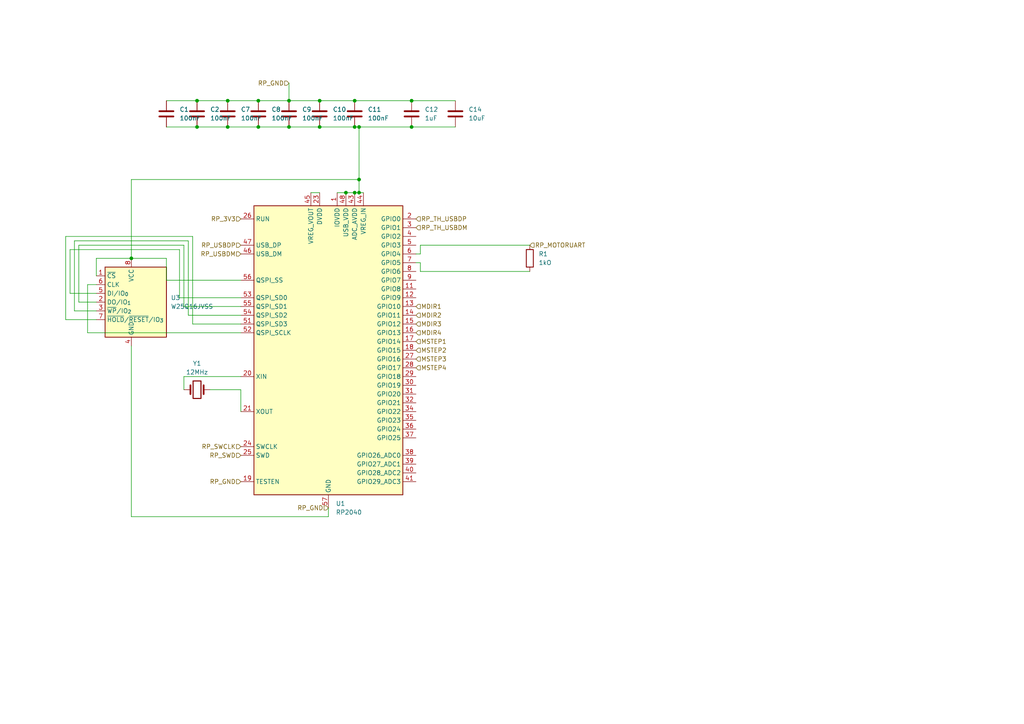
<source format=kicad_sch>
(kicad_sch (version 20250114) (generator "eeschema") (generator_version "9.0")
  (paper "A4")
  (lib_symbols
    (symbol "Device:C" (pin_numbers (hide yes)) (pin_names (offset 0.254))
      (property "Reference" "C" (at 0.635 2.54 0))
      (property "Value" "C" (at 0.635 -2.54 0))
      (symbol "C_0_1"
        (polyline (pts (xy -2.032 0.762) (xy 2.032 0.762)) (stroke (width 0.508)))
        (polyline (pts (xy -2.032 -0.762) (xy 2.032 -0.762)) (stroke (width 0.508)))
      )
      (symbol "C_1_1"
        (pin passive line (at 0 3.81 270) (length 2.794) (name "~") (number "1"))
        (pin passive line (at 0 -3.81 90) (length 2.794) (name "~") (number "2"))
      )
    )
    (symbol "Device:Crystal" (pin_numbers (hide yes)) (pin_names (offset 1.016) (hide yes))
      (property "Reference" "Y" (at 0 3.81 0))
      (property "Value" "Crystal" (at 0 -3.81 0))
      (symbol "Crystal_0_1"
        (polyline (pts (xy -2.54 0) (xy -1.905 0)))
        (polyline (pts (xy -1.905 -1.27) (xy -1.905 1.27)) (stroke (width 0.508)))
        (rectangle (start -1.143 2.54) (end 1.143 -2.54) (stroke (width 0.3048)))
        (polyline (pts (xy 1.905 -1.27) (xy 1.905 1.27)) (stroke (width 0.508)))
        (polyline (pts (xy 2.54 0) (xy 1.905 0)))
      )
      (symbol "Crystal_1_1"
        (pin passive line (at -3.81 0 0) (length 1.27) (name "1") (number "1"))
        (pin passive line (at 3.81 0 180) (length 1.27) (name "2") (number "2"))
      )
    )
    (symbol "Device:R" (pin_numbers (hide yes)) (pin_names (offset 0))
      (property "Reference" "R" (at 2.032 0 90))
      (property "Value" "R" (at 0 0 90))
      (symbol "R_0_1"
        (rectangle (start -1.016 -2.54) (end 1.016 2.54) (stroke (width 0.254)))
      )
      (symbol "R_1_1"
        (pin passive line (at 0 3.81 270) (length 1.27) (name "~") (number "1"))
        (pin passive line (at 0 -3.81 90) (length 1.27) (name "~") (number "2"))
      )
    )
    (symbol "MCU_RaspberryPi:RP2040"
      (property "Reference" "U" (at 17.78 45.72 0))
      (property "Value" "RP2040" (at 17.78 43.18 0))
      (symbol "RP2040_0_1"
        (rectangle (start -21.59 41.91) (end 21.59 -41.91) (stroke (width 0.254)) (fill (type background)))
      )
      (symbol "RP2040_1_1"
        (pin input line (at -25.4 38.1 0) (length 3.81) (name "RUN") (number "26"))
        (pin bidirectional line (at -25.4 30.48 0) (length 3.81) (name "USB_DP") (number "47"))
        (pin bidirectional line (at -25.4 27.94 0) (length 3.81) (name "USB_DM") (number "46"))
        (pin bidirectional line (at -25.4 20.32 0) (length 3.81) (name "QSPI_SS") (number "56"))
        (pin bidirectional line (at -25.4 15.24 0) (length 3.81) (name "QSPI_SD0") (number "53"))
        (pin bidirectional line (at -25.4 12.7 0) (length 3.81) (name "QSPI_SD1") (number "55"))
        (pin bidirectional line (at -25.4 10.16 0) (length 3.81) (name "QSPI_SD2") (number "54"))
        (pin bidirectional line (at -25.4 7.62 0) (length 3.81) (name "QSPI_SD3") (number "51"))
        (pin output line (at -25.4 5.08 0) (length 3.81) (name "QSPI_SCLK") (number "52"))
        (pin input line (at -25.4 -7.62 0) (length 3.81) (name "XIN") (number "20"))
        (pin passive line (at -25.4 -17.78 0) (length 3.81) (name "XOUT") (number "21"))
        (pin input line (at -25.4 -27.94 0) (length 3.81) (name "SWCLK") (number "24"))
        (pin bidirectional line (at -25.4 -30.48 0) (length 3.81) (name "SWD") (number "25"))
        (pin input line (at -25.4 -38.1 0) (length 3.81) (name "TESTEN") (number "19"))
        (pin power_out line (at -5.08 45.72 270) (length 3.81) (name "VREG_VOUT") (number "45"))
        (pin power_in line (at -2.54 45.72 270) (length 3.81) (name "DVDD") (number "23"))
        (pin passive line (at -2.54 45.72 270) (length 3.81) (hide yes) (name "DVDD") (number "50"))
        (pin power_in line (at 0 -45.72 90) (length 3.81) (name "GND") (number "57"))
        (pin power_in line (at 2.54 45.72 270) (length 3.81) (name "IOVDD") (number "1"))
        (pin passive line (at 2.54 45.72 270) (length 3.81) (hide yes) (name "IOVDD") (number "10"))
        (pin passive line (at 2.54 45.72 270) (length 3.81) (hide yes) (name "IOVDD") (number "22"))
        (pin passive line (at 2.54 45.72 270) (length 3.81) (hide yes) (name "IOVDD") (number "33"))
        (pin passive line (at 2.54 45.72 270) (length 3.81) (hide yes) (name "IOVDD") (number "42"))
        (pin passive line (at 2.54 45.72 270) (length 3.81) (hide yes) (name "IOVDD") (number "49"))
        (pin power_in line (at 5.08 45.72 270) (length 3.81) (name "USB_VDD") (number "48"))
        (pin power_in line (at 7.62 45.72 270) (length 3.81) (name "ADC_AVDD") (number "43"))
        (pin power_in line (at 10.16 45.72 270) (length 3.81) (name "VREG_IN") (number "44"))
        (pin bidirectional line (at 25.4 38.1 180) (length 3.81) (name "GPIO0") (number "2"))
        (pin bidirectional line (at 25.4 35.56 180) (length 3.81) (name "GPIO1") (number "3"))
        (pin bidirectional line (at 25.4 33.02 180) (length 3.81) (name "GPIO2") (number "4"))
        (pin bidirectional line (at 25.4 30.48 180) (length 3.81) (name "GPIO3") (number "5"))
        (pin bidirectional line (at 25.4 27.94 180) (length 3.81) (name "GPIO4") (number "6"))
        (pin bidirectional line (at 25.4 25.4 180) (length 3.81) (name "GPIO5") (number "7"))
        (pin bidirectional line (at 25.4 22.86 180) (length 3.81) (name "GPIO6") (number "8"))
        (pin bidirectional line (at 25.4 20.32 180) (length 3.81) (name "GPIO7") (number "9"))
        (pin bidirectional line (at 25.4 17.78 180) (length 3.81) (name "GPIO8") (number "11"))
        (pin bidirectional line (at 25.4 15.24 180) (length 3.81) (name "GPIO9") (number "12"))
        (pin bidirectional line (at 25.4 12.7 180) (length 3.81) (name "GPIO10") (number "13"))
        (pin bidirectional line (at 25.4 10.16 180) (length 3.81) (name "GPIO11") (number "14"))
        (pin bidirectional line (at 25.4 7.62 180) (length 3.81) (name "GPIO12") (number "15"))
        (pin bidirectional line (at 25.4 5.08 180) (length 3.81) (name "GPIO13") (number "16"))
        (pin bidirectional line (at 25.4 2.54 180) (length 3.81) (name "GPIO14") (number "17"))
        (pin bidirectional line (at 25.4 0 180) (length 3.81) (name "GPIO15") (number "18"))
        (pin bidirectional line (at 25.4 -2.54 180) (length 3.81) (name "GPIO16") (number "27"))
        (pin bidirectional line (at 25.4 -5.08 180) (length 3.81) (name "GPIO17") (number "28"))
        (pin bidirectional line (at 25.4 -7.62 180) (length 3.81) (name "GPIO18") (number "29"))
        (pin bidirectional line (at 25.4 -10.16 180) (length 3.81) (name "GPIO19") (number "30"))
        (pin bidirectional line (at 25.4 -12.7 180) (length 3.81) (name "GPIO20") (number "31"))
        (pin bidirectional line (at 25.4 -15.24 180) (length 3.81) (name "GPIO21") (number "32"))
        (pin bidirectional line (at 25.4 -17.78 180) (length 3.81) (name "GPIO22") (number "34"))
        (pin bidirectional line (at 25.4 -20.32 180) (length 3.81) (name "GPIO23") (number "35"))
        (pin bidirectional line (at 25.4 -22.86 180) (length 3.81) (name "GPIO24") (number "36"))
        (pin bidirectional line (at 25.4 -25.4 180) (length 3.81) (name "GPIO25") (number "37"))
        (pin bidirectional line (at 25.4 -30.48 180) (length 3.81) (name "GPIO26_ADC0") (number "38"))
        (pin bidirectional line (at 25.4 -33.02 180) (length 3.81) (name "GPIO27_ADC1") (number "39"))
        (pin bidirectional line (at 25.4 -35.56 180) (length 3.81) (name "GPIO28_ADC2") (number "40"))
        (pin bidirectional line (at 25.4 -38.1 180) (length 3.81) (name "GPIO29_ADC3") (number "41"))
      )
    )
    (symbol "Memory_Flash:W25Q16JVSS"
      (property "Reference" "U" (at -6.35 11.43 0))
      (property "Value" "W25Q16JVSS" (at 7.62 11.43 0))
      (symbol "W25Q16JVSS_0_1"
        (rectangle (start -7.62 10.16) (end 10.16 -10.16) (stroke (width 0.254)) (fill (type background)))
      )
      (symbol "W25Q16JVSS_1_1"
        (pin input line (at -10.16 7.62 0) (length 2.54) (name "~{CS}") (number "1"))
        (pin input line (at -10.16 5.08 0) (length 2.54) (name "CLK") (number "6"))
        (pin bidirectional line (at -10.16 2.54 0) (length 2.54) (name "DI/IO_{0}") (number "5"))
        (pin bidirectional line (at -10.16 0 0) (length 2.54) (name "DO/IO_{1}") (number "2"))
        (pin bidirectional line (at -10.16 -2.54 0) (length 2.54) (name "~{WP}/IO_{2}") (number "3"))
        (pin bidirectional line (at -10.16 -5.08 0) (length 2.54) (name "~{HOLD}/~{RESET}/IO_{3}") (number "7"))
        (pin power_in line (at 0 12.7 270) (length 2.54) (name "VCC") (number "8"))
        (pin power_in line (at 0 -12.7 90) (length 2.54) (name "GND") (number "4"))
      )
    )
  )
  (junction (at 66.04 36.83))
  (junction (at 83.82 29.21))
  (junction (at 38.1 74.93))
  (junction (at 102.87 36.83))
  (junction (at 119.38 36.83))
  (junction (at 57.15 29.21))
  (junction (at 104.14 36.83))
  (junction (at 119.38 29.21))
  (junction (at 104.14 52.07))
  (junction (at 102.87 55.88))
  (junction (at 92.71 29.21))
  (junction (at 100.33 55.88))
  (junction (at 74.93 36.83))
  (junction (at 92.71 36.83))
  (junction (at 66.04 29.21))
  (junction (at 57.15 36.83))
  (junction (at 102.87 29.21))
  (junction (at 104.14 55.88))
  (junction (at 83.82 36.83))
  (junction (at 74.93 29.21))
  (wire (pts (xy 153.67 78.74) (xy 121.92 78.74)))
  (wire (pts (xy 69.85 81.28) (xy 48.26 81.28)))
  (wire (pts (xy 90.17 55.88) (xy 92.71 55.88)))
  (wire (pts (xy 19.05 68.58) (xy 19.05 92.71)))
  (wire (pts (xy 83.82 36.83) (xy 92.71 36.83)))
  (wire (pts (xy 104.14 55.88) (xy 105.41 55.88)))
  (wire (pts (xy 19.05 92.71) (xy 27.94 92.71)))
  (wire (pts (xy 69.85 93.98) (xy 55.88 93.98)))
  (wire (pts (xy 53.34 71.12) (xy 22.86 71.12)))
  (wire (pts (xy 66.04 36.83) (xy 74.93 36.83)))
  (wire (pts (xy 69.85 86.36) (xy 52.07 86.36)))
  (wire (pts (xy 20.32 85.09) (xy 27.94 85.09)))
  (wire (pts (xy 22.86 87.63) (xy 27.94 87.63)))
  (wire (pts (xy 53.34 109.22) (xy 53.34 113.03)))
  (wire (pts (xy 25.4 82.55) (xy 27.94 82.55)))
  (wire (pts (xy 92.71 29.21) (xy 102.87 29.21)))
  (wire (pts (xy 55.88 93.98) (xy 55.88 68.58)))
  (wire (pts (xy 52.07 72.39) (xy 20.32 72.39)))
  (wire (pts (xy 54.61 91.44) (xy 54.61 69.85)))
  (wire (pts (xy 83.82 29.21) (xy 92.71 29.21)))
  (wire (pts (xy 69.85 109.22) (xy 53.34 109.22)))
  (wire (pts (xy 102.87 29.21) (xy 119.38 29.21)))
  (wire (pts (xy 97.79 55.88) (xy 100.33 55.88)))
  (wire (pts (xy 27.94 74.93) (xy 27.94 80.01)))
  (wire (pts (xy 38.1 74.93) (xy 27.94 74.93)))
  (wire (pts (xy 100.33 55.88) (xy 102.87 55.88)))
  (wire (pts (xy 69.85 91.44) (xy 54.61 91.44)))
  (wire (pts (xy 104.14 36.83) (xy 119.38 36.83)))
  (wire (pts (xy 22.86 71.12) (xy 22.86 87.63)))
  (wire (pts (xy 60.96 113.03) (xy 69.85 113.03)))
  (wire (pts (xy 52.07 86.36) (xy 52.07 72.39)))
  (wire (pts (xy 48.26 81.28) (xy 48.26 74.93)))
  (wire (pts (xy 57.15 36.83) (xy 66.04 36.83)))
  (wire (pts (xy 21.59 69.85) (xy 21.59 90.17)))
  (wire (pts (xy 121.92 78.74) (xy 121.92 76.2)))
  (wire (pts (xy 95.25 149.86) (xy 38.1 149.86)))
  (wire (pts (xy 38.1 52.07) (xy 104.14 52.07)))
  (wire (pts (xy 102.87 55.88) (xy 104.14 55.88)))
  (wire (pts (xy 48.26 29.21) (xy 57.15 29.21)))
  (wire (pts (xy 54.61 69.85) (xy 21.59 69.85)))
  (wire (pts (xy 53.34 88.9) (xy 53.34 71.12)))
  (wire (pts (xy 121.92 71.12) (xy 121.92 73.66)))
  (wire (pts (xy 66.04 29.21) (xy 74.93 29.21)))
  (wire (pts (xy 119.38 29.21) (xy 132.08 29.21)))
  (wire (pts (xy 48.26 36.83) (xy 57.15 36.83)))
  (wire (pts (xy 104.14 52.07) (xy 104.14 55.88)))
  (wire (pts (xy 92.71 36.83) (xy 102.87 36.83)))
  (wire (pts (xy 57.15 29.21) (xy 66.04 29.21)))
  (wire (pts (xy 38.1 74.93) (xy 38.1 52.07)))
  (wire (pts (xy 48.26 74.93) (xy 38.1 74.93)))
  (wire (pts (xy 102.87 36.83) (xy 104.14 36.83)))
  (wire (pts (xy 95.25 147.32) (xy 95.25 149.86)))
  (wire (pts (xy 25.4 96.52) (xy 25.4 82.55)))
  (wire (pts (xy 74.93 36.83) (xy 83.82 36.83)))
  (wire (pts (xy 69.85 113.03) (xy 69.85 119.38)))
  (wire (pts (xy 121.92 76.2) (xy 120.65 76.2)))
  (wire (pts (xy 119.38 36.83) (xy 132.08 36.83)))
  (wire (pts (xy 153.67 71.12) (xy 121.92 71.12)))
  (wire (pts (xy 55.88 68.58) (xy 19.05 68.58)))
  (wire (pts (xy 69.85 96.52) (xy 25.4 96.52)))
  (wire (pts (xy 20.32 72.39) (xy 20.32 85.09)))
  (wire (pts (xy 74.93 29.21) (xy 83.82 29.21)))
  (wire (pts (xy 21.59 90.17) (xy 27.94 90.17)))
  (wire (pts (xy 69.85 88.9) (xy 53.34 88.9)))
  (wire (pts (xy 83.82 24.13) (xy 83.82 29.21)))
  (wire (pts (xy 38.1 149.86) (xy 38.1 100.33)))
  (wire (pts (xy 104.14 36.83) (xy 104.14 52.07)))
  (wire (pts (xy 121.92 73.66) (xy 120.65 73.66)))
  (hierarchical_label "RP_USBDP" (shape input) (at 69.85 71.12 180))
  (hierarchical_label "RP_TH_USBDP" (shape input) (at 120.65 63.5 0))
  (hierarchical_label "RP_GND" (shape input) (at 83.82 24.13 180))
  (hierarchical_label "RP_GND" (shape input) (at 95.25 147.32 180))
  (hierarchical_label "MSTEP3" (shape input) (at 120.65 104.14 0))
  (hierarchical_label "MDIR3" (shape input) (at 120.65 93.98 0))
  (hierarchical_label "RP_3V3" (shape input) (at 69.85 63.5 180))
  (hierarchical_label "MSTEP1" (shape input) (at 120.65 99.06 0))
  (hierarchical_label "RP_SWCLK" (shape input) (at 69.85 129.54 180))
  (hierarchical_label "RP_MOTORUART" (shape input) (at 153.67 71.12 0))
  (hierarchical_label "RP_SWD" (shape input) (at 69.85 132.08 180))
  (hierarchical_label "MDIR4" (shape input) (at 120.65 96.52 0))
  (hierarchical_label "MSTEP2" (shape input) (at 120.65 101.6 0))
  (hierarchical_label "RP_GND" (shape input) (at 69.85 139.7 180))
  (hierarchical_label "MDIR1" (shape input) (at 120.65 88.9 0))
  (hierarchical_label "MDIR2" (shape input) (at 120.65 91.44 0))
  (hierarchical_label "RP_TH_USBDM" (shape input) (at 120.65 66.04 0))
  (hierarchical_label "MSTEP4" (shape input) (at 120.65 106.68 0))
  (hierarchical_label "RP_USBDM" (shape input) (at 69.85 73.66 180))
  (symbol (lib_id "Device:C") (at 57.15 33.02 0) (unit 1)
    (property "Reference" "C2" (at 60.96 31.7499 0) (effects (justify left)))
    (property "Value" "100nF" (at 60.96 34.2899 0) (effects (justify left)))
    (property "Description" "Unpolarized capacitor" (effects (hide yes)))
  )
  (symbol (lib_id "Device:C") (at 119.38 33.02 0) (unit 1)
    (property "Reference" "C12" (at 123.19 31.7499 0) (effects (justify left)))
    (property "Value" "1uF" (at 123.19 34.2899 0) (effects (justify left)))
    (property "Description" "Unpolarized capacitor" (effects (hide yes)))
  )
  (symbol (lib_id "MCU_RaspberryPi:RP2040") (at 95.25 101.6 0) (unit 1)
    (property "Reference" "U1" (at 97.3933 146.05 0) (effects (justify left)))
    (property "Value" "RP2040" (at 97.3933 148.59 0) (effects (justify left)))
    (property "Footprint" "Package_DFN_QFN:QFN-56-1EP_7x7mm_P0.4mm_EP3.2x3.2mm" (effects (hide yes)))
    (property "Datasheet" "https://datasheets.raspberrypi.com/rp2040/rp2040-datasheet.pdf" (effects (hide yes)))
    (property "Description" "A microcontroller by Raspberry Pi" (effects (hide yes)))
  )
  (symbol (lib_id "Device:R") (at 153.67 74.93 0) (unit 1)
    (property "Reference" "R1" (at 156.21 73.6599 0) (effects (justify left)))
    (property "Value" "1kO" (at 156.21 76.1999 0) (effects (justify left)))
    (property "Description" "Resistor" (effects (hide yes)))
  )
  (symbol (lib_id "Memory_Flash:W25Q16JVSS") (at 38.1 87.63 0) (unit 1)
    (property "Reference" "U3" (at 49.53 86.3599 0) (effects (justify left)))
    (property "Value" "W25Q16JVSS" (at 49.53 88.8999 0) (effects (justify left)))
    (property "Footprint" "Package_SO:SOIC-8_5.3x5.3mm_P1.27mm" (effects (hide yes)))
    (property "Datasheet" "https://www.winbond.com/hq/support/documentation/levelOne.jsp?__locale=en&DocNo=DA00-W25Q16JV.1" (effects (hide yes)))
    (property "Description" "16Mbit / 2MiB Serial Flash Memory, Standard/Dual/Quad SPI, 2.7-3.6V, SOIC-8 (208 mil)" (effects (hide yes)))
  )
  (symbol (lib_id "Device:C") (at 102.87 33.02 0) (unit 1)
    (property "Reference" "C11" (at 106.68 31.7499 0) (effects (justify left)))
    (property "Value" "100nF" (at 106.68 34.2899 0) (effects (justify left)))
    (property "Description" "Unpolarized capacitor" (effects (hide yes)))
  )
  (symbol (lib_id "Device:C") (at 66.04 33.02 0) (unit 1)
    (property "Reference" "C7" (at 69.85 31.7499 0) (effects (justify left)))
    (property "Value" "100nF" (at 69.85 34.2899 0) (effects (justify left)))
    (property "Description" "Unpolarized capacitor" (effects (hide yes)))
  )
  (symbol (lib_id "Device:C") (at 48.26 33.02 0) (unit 1)
    (property "Reference" "C1" (at 52.07 31.7499 0) (effects (justify left)))
    (property "Value" "100nF" (at 52.07 34.2899 0) (effects (justify left)))
    (property "Description" "Unpolarized capacitor" (effects (hide yes)))
  )
  (symbol (lib_id "Device:C") (at 92.71 33.02 0) (unit 1)
    (property "Reference" "C10" (at 96.52 31.7499 0) (effects (justify left)))
    (property "Value" "100nF" (at 96.52 34.2899 0) (effects (justify left)))
    (property "Description" "Unpolarized capacitor" (effects (hide yes)))
  )
  (symbol (lib_id "Device:C") (at 132.08 33.02 0) (unit 1)
    (property "Reference" "C14" (at 135.89 31.7499 0) (effects (justify left)))
    (property "Value" "10uF" (at 135.89 34.2899 0) (effects (justify left)))
    (property "Description" "Unpolarized capacitor" (effects (hide yes)))
  )
  (symbol (lib_id "Device:C") (at 83.82 33.02 0) (unit 1)
    (property "Reference" "C9" (at 87.63 31.7499 0) (effects (justify left)))
    (property "Value" "100nF" (at 87.63 34.2899 0) (effects (justify left)))
    (property "Description" "Unpolarized capacitor" (effects (hide yes)))
  )
  (symbol (lib_id "Device:Crystal") (at 57.15 113.03 0) (unit 1)
    (property "Reference" "Y1" (at 57.15 105.41 0))
    (property "Value" "12MHz" (at 57.15 107.95 0))
    (property "Description" "Two pin crystal" (effects (hide yes)))
  )
  (symbol (lib_id "Device:C") (at 74.93 33.02 0) (unit 1)
    (property "Reference" "C8" (at 78.74 31.7499 0) (effects (justify left)))
    (property "Value" "100nF" (at 78.74 34.2899 0) (effects (justify left)))
    (property "Description" "Unpolarized capacitor" (effects (hide yes)))
  )
)
</source>
